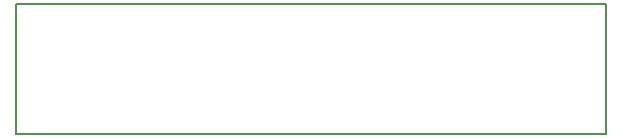
<source format=gko>
G04 #@! TF.FileFunction,Profile,NP*
%FSLAX46Y46*%
G04 Gerber Fmt 4.6, Leading zero omitted, Abs format (unit mm)*
G04 Created by KiCad (PCBNEW (2015-11-24 BZR 6329)-product) date Fri 27 Nov 2015 08:33:27 AM EST*
%MOMM*%
G01*
G04 APERTURE LIST*
%ADD10C,0.100000*%
%ADD11C,0.150000*%
G04 APERTURE END LIST*
D10*
D11*
X126998000Y-67365000D02*
X126998000Y-68365000D01*
X176998000Y-67365000D02*
X126998000Y-67365000D01*
X176998000Y-78365000D02*
X176998000Y-67365000D01*
X126998000Y-78365000D02*
X176998000Y-78365000D01*
X126998000Y-68365000D02*
X126998000Y-78365000D01*
M02*

</source>
